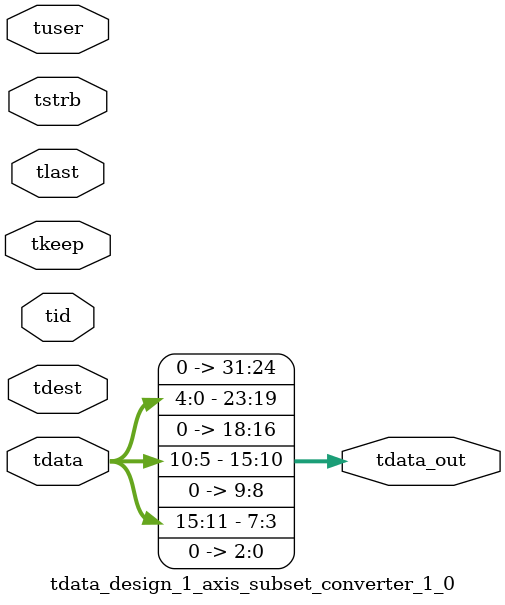
<source format=v>


`timescale 1ps/1ps

module tdata_design_1_axis_subset_converter_1_0 #
(
parameter C_S_AXIS_TDATA_WIDTH = 32,
parameter C_S_AXIS_TUSER_WIDTH = 0,
parameter C_S_AXIS_TID_WIDTH   = 0,
parameter C_S_AXIS_TDEST_WIDTH = 0,
parameter C_M_AXIS_TDATA_WIDTH = 32
)
(
input  [(C_S_AXIS_TDATA_WIDTH == 0 ? 1 : C_S_AXIS_TDATA_WIDTH)-1:0     ] tdata,
input  [(C_S_AXIS_TUSER_WIDTH == 0 ? 1 : C_S_AXIS_TUSER_WIDTH)-1:0     ] tuser,
input  [(C_S_AXIS_TID_WIDTH   == 0 ? 1 : C_S_AXIS_TID_WIDTH)-1:0       ] tid,
input  [(C_S_AXIS_TDEST_WIDTH == 0 ? 1 : C_S_AXIS_TDEST_WIDTH)-1:0     ] tdest,
input  [(C_S_AXIS_TDATA_WIDTH/8)-1:0 ] tkeep,
input  [(C_S_AXIS_TDATA_WIDTH/8)-1:0 ] tstrb,
input                                                                    tlast,
output [C_M_AXIS_TDATA_WIDTH-1:0] tdata_out
);

assign tdata_out = {tdata[4:0],3'b000,tdata[10:5],2'b00,tdata[15:11],3'b000};

endmodule


</source>
